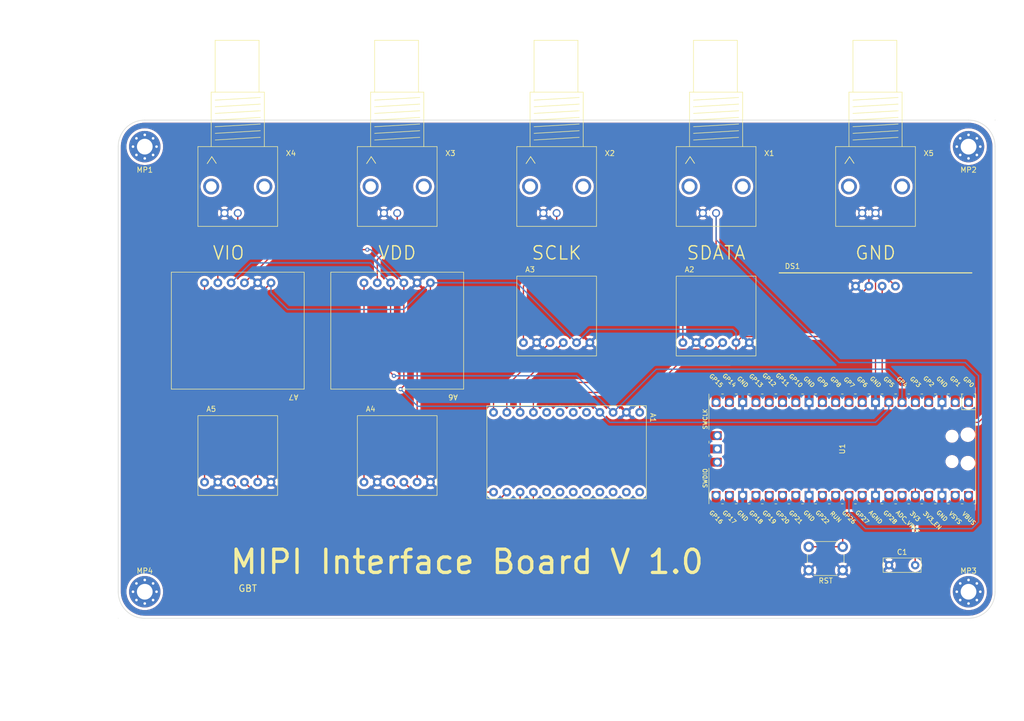
<source format=kicad_pcb>
(kicad_pcb (version 20211014) (generator pcbnew)
  (title_block (title "MIPI Interface Board ") (date "2022-06-23") (rev "1.0") (company "GlobalFoundries") (comment 1 "Author(s): Gavin Turner") (comment 3 "PCB made to interface with devices through MIPI protocol for debugging purposes"))
  (layers (0 "F.Cu" signal) (31 "B.Cu" signal) (34 "B.Paste" user) (35 "F.Paste" user) (36 "B.SilkS" user "B.Silkscreen") (37 "F.SilkS" user "F.Silkscreen") (38 "B.Mask" user) (39 "F.Mask" user) (44 "Edge.Cuts" user))
  (net 0 "")
  (net 1 "+3.3V")
  (net 2 "GND")
  (net 3 "/SDATA_MAIN")
  (net 4 "/SCLK_MAIN")
  (net 9 "Net-(A1-Pad9)")
  (net 10 "Net-(A1-Pad10)")
  (net 11 "Net-(A1-Pad11)")
  (net 12 "Net-(A1-Pad12)")
  (net 13 "Net-(A1-Pad13)")
  (net 14 "Net-(A1-Pad14)")
  (net 15 "Net-(A1-Pad15)")
  (net 16 "Net-(A1-Pad16)")
  (net 25 "/SDA_OUT")
  (net 26 "/SCL_OUT")
  (net 27 "Net-(A4-Pad1)")
  (net 28 "Net-(A5-Pad1)")
  (net 29 "/VCC_OUT")
  (net 30 "/VIO_OUT")
  (net 31 "/~RESET")
  (footprint "MIPI_project_v1:MCP4725-BOB" (layer "F.Cu") (at 89.535006 114.300008)
    (fp_text reference "A5" (at -5.08 -13.97 unlocked) (layer "F.SilkS"))
    (fp_text value "MCP4725")
    (pad "1" thru_hole circle (at -6.35 0) (size 1.6764 1.6764) (drill 0.8382) (layers *.Cu *.Mask) (net 28 "Net-(A5-Pad1)"))
    (pad "2" thru_hole circle (at -3.81 0) (size 1.6764 1.6764) (drill 0.8382) (layers *.Cu *.Mask) (net 2 "GND"))
    (pad "3" thru_hole circle (at -1.27 0) (size 1.6764 1.6764) (drill 0.8382) (layers *.Cu *.Mask) (net 16 "Net-(A1-Pad16)"))
    (pad "4" thru_hole circle (at 1.27 0) (size 1.6764 1.6764) (drill 0.8382) (layers *.Cu *.Mask) (net 15 "Net-(A1-Pad15)"))
    (pad "5" thru_hole circle (at 3.81 0) (size 1.6764 1.6764) (drill 0.8382) (layers *.Cu *.Mask) (net 1 "+3.3V"))
    (pad "6" thru_hole circle (at 6.35 0) (size 1.6764 1.6764) (drill 0.8382) (layers *.Cu *.Mask) (net 2 "GND"))
  )
  (footprint "MIPI_project_v1:MCP4725-BOB" (layer "F.Cu") (at 180.975 87.63)
    (fp_text reference "A2" (at -5.08 -13.97 unlocked) (layer "F.SilkS"))
    (fp_text value "MCP4725")
    (pad "1" thru_hole circle (at -6.35 0) (size 1.6764 1.6764) (drill 0.8382) (layers *.Cu *.Mask) (net 25 "/SDA_OUT"))
    (pad "2" thru_hole circle (at -3.81 0) (size 1.6764 1.6764) (drill 0.8382) (layers *.Cu *.Mask) (net 2 "GND"))
    (pad "3" thru_hole circle (at -1.27 0) (size 1.6764 1.6764) (drill 0.8382) (layers *.Cu *.Mask) (net 10 "Net-(A1-Pad10)"))
    (pad "4" thru_hole circle (at 1.27 0) (size 1.6764 1.6764) (drill 0.8382) (layers *.Cu *.Mask) (net 9 "Net-(A1-Pad9)"))
    (pad "5" thru_hole circle (at 3.81 0) (size 1.6764 1.6764) (drill 0.8382) (layers *.Cu *.Mask) (net 1 "+3.3V"))
    (pad "6" thru_hole circle (at 6.35 0) (size 1.6764 1.6764) (drill 0.8382) (layers *.Cu *.Mask) (net 2 "GND"))
  )
  (footprint "MIPI_project_v1:BNC-CONBNC002-THT-90" (layer "F.Cu") (at 120.015 57.785)
    (fp_text reference "X3" (at 10.16 -6.35 unlocked) (layer "F.SilkS"))
    (fp_text value "CONBNC002")
    (fp_text user "/\\" (at -5.08 -5.08 unlocked) (layer "F.SilkS"))
    (pad "1" thru_hole circle (at 0 5.08) (size 1.524 1.524) (drill 1.016) (layers *.Cu *.Mask) (net 29 "/VCC_OUT"))
    (pad "2" thru_hole circle (at -2.54 5.08) (size 1.524 1.524) (drill 1.016) (layers *.Cu *.Mask) (net 2 "GND"))
    (pad "3" thru_hole circle (at -5.08 0) (size 3.048 3.048) (drill 2.032) (layers *.Cu *.Mask))
    (pad "4" thru_hole circle (at 5.08 0) (size 3.048 3.048) (drill 2.032) (layers *.Cu *.Mask))
  )
  (footprint "MIPI_project_v1:MCP4725-BOB" (layer "F.Cu") (at 120.015006 114.300008)
    (fp_text reference "A4" (at -5.08 -13.97 unlocked) (layer "F.SilkS"))
    (fp_text value "MCP4725")
    (pad "1" thru_hole circle (at -6.35 0) (size 1.6764 1.6764) (drill 0.8382) (layers *.Cu *.Mask) (net 27 "Net-(A4-Pad1)"))
    (pad "2" thru_hole circle (at -3.81 0) (size 1.6764 1.6764) (drill 0.8382) (layers *.Cu *.Mask) (net 2 "GND"))
    (pad "3" thru_hole circle (at -1.27 0) (size 1.6764 1.6764) (drill 0.8382) (layers *.Cu *.Mask) (net 14 "Net-(A1-Pad14)"))
    (pad "4" thru_hole circle (at 1.27 0) (size 1.6764 1.6764) (drill 0.8382) (layers *.Cu *.Mask) (net 13 "Net-(A1-Pad13)"))
    (pad "5" thru_hole circle (at 3.81 0) (size 1.6764 1.6764) (drill 0.8382) (layers *.Cu *.Mask) (net 1 "+3.3V"))
    (pad "6" thru_hole circle (at 6.35 0) (size 1.6764 1.6764) (drill 0.8382) (layers *.Cu *.Mask) (net 2 "GND"))
  )
  (footprint "MountingHole:MountingHole_3mm_Pad_Via" (layer "F.Cu") (at 71.755 50.165)
    (fp_text reference "MP1" (at 0 4.445) (layer "F.SilkS"))
    (fp_text value "MountingHole_3mm_Pad_Via")
    (pad "1" thru_hole circle (at -1.59099 -1.59099) (size 0.8 0.8) (drill 0.5) (layers *.Cu *.Mask))
    (pad "1" thru_hole circle (at 1.59099 1.59099) (size 0.8 0.8) (drill 0.5) (layers *.Cu *.Mask))
    (pad "1" thru_hole circle (at -2.25 0) (size 0.8 0.8) (drill 0.5) (layers *.Cu *.Mask))
    (pad "1" thru_hole circle (at 0 -2.25) (size 0.8 0.8) (drill 0.5) (layers *.Cu *.Mask))
    (pad "1" thru_hole circle (at 1.59099 -1.59099) (size 0.8 0.8) (drill 0.5) (layers *.Cu *.Mask))
    (pad "1" thru_hole circle (at -1.59099 1.59099) (size 0.8 0.8) (drill 0.5) (layers *.Cu *.Mask))
    (pad "1" thru_hole circle (at 0 2.25) (size 0.8 0.8) (drill 0.5) (layers *.Cu *.Mask))
    (pad "1" thru_hole circle (at 2.25 0) (size 0.8 0.8) (drill 0.5) (layers *.Cu *.Mask))
    (pad "1" thru_hole circle (at 0 0) (size 6 6) (drill 3) (layers *.Cu *.Mask))
  )
  (footprint "MIPI_project_v1:MCP4725-BOB" (layer "F.Cu") (at 150.495 87.63)
    (fp_text reference "A3" (at -5.08 -13.97 unlocked) (layer "F.SilkS"))
    (fp_text value "MCP4725")
    (pad "1" thru_hole circle (at -6.35 0) (size 1.6764 1.6764) (drill 0.8382) (layers *.Cu *.Mask) (net 26 "/SCL_OUT"))
    (pad "2" thru_hole circle (at -3.81 0) (size 1.6764 1.6764) (drill 0.8382) (layers *.Cu *.Mask) (net 2 "GND"))
    (pad "3" thru_hole circle (at -1.27 0) (size 1.6764 1.6764) (drill 0.8382) (layers *.Cu *.Mask) (net 12 "Net-(A1-Pad12)"))
    (pad "4" thru_hole circle (at 1.27 0) (size 1.6764 1.6764) (drill 0.8382) (layers *.Cu *.Mask) (net 11 "Net-(A1-Pad11)"))
    (pad "5" thru_hole circle (at 3.81 0) (size 1.6764 1.6764) (drill 0.8382) (layers *.Cu *.Mask) (net 1 "+3.3V"))
    (pad "6" thru_hole circle (at 6.35 0) (size 1.6764 1.6764) (drill 0.8382) (layers *.Cu *.Mask) (net 2 "GND"))
  )
  (footprint "MountingHole:MountingHole_3mm_Pad_Via" (layer "F.Cu") (at 71.755 135.255)
    (fp_text reference "MP4" (at 0 -3.999992) (layer "F.SilkS"))
    (fp_text value "MountingHole_3mm_Pad_Via")
    (pad "1" thru_hole circle (at 0 2.25) (size 0.8 0.8) (drill 0.5) (layers *.Cu *.Mask))
    (pad "1" thru_hole circle (at 2.25 0) (size 0.8 0.8) (drill 0.5) (layers *.Cu *.Mask))
    (pad "1" thru_hole circle (at -1.59099 1.59099) (size 0.8 0.8) (drill 0.5) (layers *.Cu *.Mask))
    (pad "1" thru_hole circle (at -1.59099 -1.59099) (size 0.8 0.8) (drill 0.5) (layers *.Cu *.Mask))
    (pad "1" thru_hole circle (at -2.25 0) (size 0.8 0.8) (drill 0.5) (layers *.Cu *.Mask))
    (pad "1" thru_hole circle (at 1.59099 -1.59099) (size 0.8 0.8) (drill 0.5) (layers *.Cu *.Mask))
    (pad "1" thru_hole circle (at 0 -2.25) (size 0.8 0.8) (drill 0.5) (layers *.Cu *.Mask))
    (pad "1" thru_hole circle (at 0 0) (size 6 6) (drill 3) (layers *.Cu *.Mask))
    (pad "1" thru_hole circle (at 1.59099 1.59099) (size 0.8 0.8) (drill 0.5) (layers *.Cu *.Mask))
  )
  (footprint "MIPI_project_v1:BNC-CONBNC002-THT-90" (layer "F.Cu") (at 180.974994 57.784992)
    (fp_text reference "X1" (at 10.16 -6.35 unlocked) (layer "F.SilkS"))
    (fp_text value "CONBNC002")
    (fp_text user "/\\" (at -5.08 -5.08 unlocked) (layer "F.SilkS"))
    (pad "1" thru_hole circle (at 0 5.08) (size 1.524 1.524) (drill 1.016) (layers *.Cu *.Mask) (net 25 "/SDA_OUT"))
    (pad "2" thru_hole circle (at -2.54 5.08) (size 1.524 1.524) (drill 1.016) (layers *.Cu *.Mask) (net 2 "GND"))
    (pad "3" thru_hole circle (at -5.08 0) (size 3.048 3.048) (drill 2.032) (layers *.Cu *.Mask))
    (pad "4" thru_hole circle (at 5.08 0) (size 3.048 3.048) (drill 2.032) (layers *.Cu *.Mask))
  )
  (footprint "Capacitor_THT:C_Rect_L7.0mm_W2.5mm_P5.00mm" (layer "F.Cu") (at 214.035 130.175)
    (fp_text reference "C1" (at 2.5 -2.5) (layer "F.SilkS"))
    (fp_text value "0.22 uF")
    (pad "1" thru_hole circle (at 0 0) (size 1.6 1.6) (drill 0.8) (layers *.Cu *.Mask) (net 2 "GND"))
    (pad "2" thru_hole circle (at 5 0) (size 1.6 1.6) (drill 0.8) (layers *.Cu *.Mask) (net 1 "+3.3V"))
  )
  (footprint "MIPI_project_v1:BNC-CONBNC002-THT-90" (layer "F.Cu") (at 89.535 57.785)
    (fp_text reference "X4" (at 10.16 -6.35 unlocked) (layer "F.SilkS"))
    (fp_text value "CONBNC002")
    (fp_text user "/\\" (at -5.08 -5.08 unlocked) (layer "F.SilkS"))
    (pad "1" thru_hole circle (at 0 5.08) (size 1.524 1.524) (drill 1.016) (layers *.Cu *.Mask) (net 30 "/VIO_OUT"))
    (pad "2" thru_hole circle (at -2.54 5.08) (size 1.524 1.524) (drill 1.016) (layers *.Cu *.Mask) (net 2 "GND"))
    (pad "3" thru_hole circle (at -5.08 0) (size 3.048 3.048) (drill 2.032) (layers *.Cu *.Mask))
    (pad "4" thru_hole circle (at 5.08 0) (size 3.048 3.048) (drill 2.032) (layers *.Cu *.Mask))
  )
  (footprint "MIPI_project_v1:BNC-CONBNC002-THT-90" (layer "F.Cu") (at 211.454994 57.784992)
    (fp_text reference "X5" (at 10.16 -6.35 unlocked) (layer "F.SilkS"))
    (fp_text value "CONBNC002")
    (fp_text user "/\\" (at -5.08 -5.08 unlocked) (layer "F.SilkS"))
    (pad "1" thru_hole circle (at 0 5.08) (size 1.524 1.524) (drill 1.016) (layers *.Cu *.Mask) (net 2 "GND"))
    (pad "2" thru_hole circle (at -2.54 5.08) (size 1.524 1.524) (drill 1.016) (layers *.Cu *.Mask) (net 2 "GND"))
    (pad "3" thru_hole circle (at -5.08 0) (size 3.048 3.048) (drill 2.032) (layers *.Cu *.Mask))
    (pad "4" thru_hole circle (at 5.08 0) (size 3.048 3.048) (drill 2.032) (layers *.Cu *.Mask))
  )
  (footprint "MIPI_project_v1:INA219-BOB" (layer "F.Cu") (at 89.535006 85.090008 180)
    (fp_text reference "A7" (at -10.668 -12.954 180 unlocked) (layer "F.SilkS"))
    (fp_text value "INA219")
    (pad "1" thru_hole circle (at -6.35 8.89 180) (size 1.6764 1.6764) (drill 0.8382) (layers *.Cu *.Mask) (net 1 "+3.3V"))
    (pad "2" thru_hole circle (at -3.81 8.89 180) (size 1.6764 1.6764) (drill 0.8382) (layers *.Cu *.Mask) (net 2 "GND"))
    (pad "3" thru_hole circle (at 1.27 8.89 180) (size 1.6764 1.6764) (drill 0.8382) (layers *.Cu *.Mask) (net 3 "/SDATA_MAIN"))
    (pad "4" thru_hole circle (at -1.27 8.89 180) (size 1.6764 1.6764) (drill 0.8382) (layers *.Cu *.Mask) (net 4 "/SCLK_MAIN"))
    (pad "5" thru_hole circle (at 3.81 8.89 180) (size 1.6764 1.6764) (drill 0.8382) (layers *.Cu *.Mask) (net 30 "/VIO_OUT"))
    (pad "6" thru_hole circle (at 6.35 8.89 180) (size 1.6764 1.6764) (drill 0.8382) (layers *.Cu *.Mask) (net 28 "Net-(A5-Pad1)"))
  )
  (footprint "MountingHole:MountingHole_3mm_Pad_Via" (layer "F.Cu") (at 229.235 135.255)
    (fp_text reference "MP3" (at 0 -3.999992) (layer "F.SilkS"))
    (fp_text value "MountingHole_3mm_Pad_Via")
    (pad "1" thru_hole circle (at 0 -2.25) (size 0.8 0.8) (drill 0.5) (layers *.Cu *.Mask))
    (pad "1" thru_hole circle (at -1.59099 1.59099) (size 0.8 0.8) (drill 0.5) (layers *.Cu *.Mask))
    (pad "1" thru_hole circle (at 2.25 0) (size 0.8 0.8) (drill 0.5) (layers *.Cu *.Mask))
    (pad "1" thru_hole circle (at 1.59099 1.59099) (size 0.8 0.8) (drill 0.5) (layers *.Cu *.Mask))
    (pad "1" thru_hole circle (at 0 0) (size 6 6) (drill 3) (layers *.Cu *.Mask))
    (pad "1" thru_hole circle (at -2.25 0) (size 0.8 0.8) (drill 0.5) (layers *.Cu *.Mask))
    (pad "1" thru_hole circle (at -1.59099 -1.59099) (size 0.8 0.8) (drill 0.5) (layers *.Cu *.Mask))
    (pad "1" thru_hole circle (at 1.59099 -1.59099) (size 0.8 0.8) (drill 0.5) (layers *.Cu *.Mask))
    (pad "1" thru_hole circle (at 0 2.25) (size 0.8 0.8) (drill 0.5) (layers *.Cu *.Mask))
  )
  (footprint "MIPI_project_v1:OLED-BOB" (layer "F.Cu") (at 211.455 95.885)
    (fp_text reference "DS1" (at -15.875 -22.86 unlocked) (layer "F.SilkS"))
    (fp_text value "OLED")
    (pad "1" thru_hole circle (at -3.81 -19.05 180) (size 1.6764 1.6764) (drill 0.8382) (layers *.Cu *.Mask) (net 2 "GND"))
    (pad "2" thru_hole circle (at -1.27 -19.05 180) (size 1.6764 1.6764) (drill 0.8382) (layers *.Cu *.Mask) (net 1 "+3.3V"))
    (pad "3" thru_hole circle (at 1.27 -19.05 180) (size 1.6764 1.6764) (drill 0.8382) (layers *.Cu *.Mask) (net 3 "/SDATA_MAIN"))
    (pad "4" thru_hole circle (at 3.81 -19.05 180) (size 1.6764 1.6764) (drill 0.8382) (layers *.Cu *.Mask) (net 4 "/SCLK_MAIN"))
  )
  (footprint "MCU_RaspberryPi_and_Boards:RPi_Pico_SMD_TH" (layer "F.Cu") (at 205.105 107.95 -90)
    (fp_text reference "U1" (at 0 0 90) (layer "F.SilkS"))
    (fp_text value "Pico")
    (fp_text user "GP8" (at -12.8 1.27 135) (layer "F.SilkS") (effects (font (size 0.8 0.8))))
    (fp_text user "GP27" (at 13.054 -3.8 135) (layer "F.SilkS") (effects (font (size 0.8 0.8))))
    (fp_text user "VBUS" (at 13.3 -24.2 135) (layer "F.SilkS") (effects (font (size 0.8 0.8))))
    (fp_text user "GP21" (at 13.054 8.9 135) (layer "F.SilkS") (effects (font (size 0.8 0.8))))
    (fp_text user "GP5" (at -12.8 -8.89 135) (layer "F.SilkS") (effects (font (size 0.8 0.8))))
    (fp_text user "ADC_VREF" (at 14 -12.5 135) (layer "F.SilkS") (effects (font (size 0.8 0.8))))
    (fp_text user "GND" (at -12.8 6.35 135) (layer "F.SilkS") (effects (font (size 0.8 0.8))))
    (fp_text user "GP18" (at 13.054 16.51 135) (layer "F.SilkS") (effects (font (size 0.8 0.8))))
    (fp_text user "GP28" (at 13.054 -9.144 135) (layer "F.SilkS") (effects (font (size 0.8 0.8))))
    (fp_text user "GP15" (at -13.054 24.13 135) (layer "F.SilkS") (effects (font (size 0.8 0.8))))
    (fp_text user "GP16" (at 13.054 24.13 135) (layer "F.SilkS") (effects (font (size 0.8 0.8))))
    (fp_text user "GP11" (at -13.2 11.43 135) (layer "F.SilkS") (effects (font (size 0.8 0.8))))
    (fp_text user "GP19" (at 13.054 13.97 135) (layer "F.SilkS") (effects (font (size 0.8 0.8))))
    (fp_text user "GP17" (at 13.054 21.59 135) (layer "F.SilkS") (effects (font (size 0.8 0.8))))
    (fp_text user "3V3" (at 12.9 -13.9 135) (layer "F.SilkS") (effects (font (size 0.8 0.8))))
    (fp_text user "VSYS" (at 13.2 -21.59 135) (layer "F.SilkS") (effects (font (size 0.8 0.8))))
    (fp_text user "GP3" (at -12.8 -13.97 135) (layer "F.SilkS") (effects (font (size 0.8 0.8))))
    (fp_text user "AGND" (at 13.054 -6.35 135) (layer "F.SilkS") (effects (font (size 0.8 0.8))))
    (fp_text user "SWDIO" (at 5.6 26.2 90) (layer "F.SilkS") (effects (font (size 0.8 0.8))))
    (fp_text user "GND" (at -12.8 -6.35 135) (layer "F.SilkS") (effects (font (size 0.8 0.8))))
    (fp_text user "GND" (at -12.8 -19.05 135) (layer "F.SilkS") (effects (font (size 0.8 0.8))))
    (fp_text user "GP9" (at -12.8 3.81 135) (layer "F.SilkS") (effects (font (size 0.8 0.8))))
    (fp_text user "GP20" (at 13.054 11.43 135) (layer "F.SilkS") (effects (font (size 0.8 0.8))))
    (fp_text user "GP6" (at -12.8 -3.81 135) (layer "F.SilkS") (effects (font (size 0.8 0.8))))
    (fp_text user "SWCLK" (at -5.7 26.2 90) (layer "F.SilkS") (effects (font (size 0.8 0.8))))
    (fp_text user "GND" (at 12.8 19.05 135) (layer "F.SilkS") (effects (font (size 0.8 0.8))))
    (fp_text user "GND" (at 12.8 -19.05 135) (layer "F.SilkS") (effects (font (size 0.8 0.8))))
    (fp_text user "GP26" (at 13.054 -1.27 135) (layer "F.SilkS") (effects (font (size 0.8 0.8))))
    (fp_text user "GP0" (at -12.8 -24.13 135) (layer "F.SilkS") (effects (font (size 0.8 0.8))))
    (fp_text user "GP13" (at -13.054 16.51 135) (layer "F.SilkS") (effects (font (size 0.8 0.8))))
    (fp_text user "GP2" (at -12.9 -16.51 135) (layer "F.SilkS") (effects (font (size 0.8 0.8))))
    (fp_text user "GP1" (at -12.9 -21.6 135) (layer "F.SilkS") (effects (font (size 0.8 0.8))))
    (fp_text user "GND" (at -12.8 19.05 135) (layer "F.SilkS") (effects (font (size 0.8 0.8))))
    (fp_text user "RUN" (at 13 1.27 135) (layer "F.SilkS") (effects (font (size 0.8 0.8))))
    (fp_text user "GP10" (at -13.054 8.89 135) (layer "F.SilkS") (effects (font (size 0.8 0.8))))
    (fp_text user "GP14" (at -13.1 21.59 135) (layer "F.SilkS") (effects (font (size 0.8 0.8))))
    (fp_text user "GND" (at 12.8 6.35 135) (layer "F.SilkS") (effects (font (size 0.8 0.8))))
    (fp_text user "GP22" (at 13.054 3.81 135) (layer "F.SilkS") (effects (font (size 0.8 0.8))))
    (fp_text user "GP7" (at -12.7 -1.3 135) (layer "F.SilkS") (effects (font (size 0.8 0.8))))
    (fp_text user "GP4" (at -12.8 -11.43 135) (layer "F.SilkS") (effects (font (size 0.8 0.8))))
    (fp_text user "3V3_EN" (at 13.7 -17.2 135) (layer "F.SilkS") (effects (font (size 0.8 0.8))))
    (fp_text user "GP12" (at -13.2 13.97 135) (layer "F.SilkS") (effects (font (size 0.8 0.8))))
    (pad "" np_thru_hole oval (at -2.425 -20.97 270) (size 1.5 1.5) (drill 1.5) (layers *.Cu *.Mask))
    (pad "" np_thru_hole oval (at -2.725 -24 270) (size 1.8 1.8) (drill 1.8) (layers *.Cu *.Mask))
    (pad "" np_thru_hole oval (at 2.425 -20.97 270) (size 1.5 1.5) (drill 1.5) (layers *.Cu *.Mask))
    (pad "" np_thru_hole oval (at 2.725 -24 270) (size 1.8 1.8) (drill 1.8) (layers *.Cu *.Mask))
    (pad "1" thru_hole oval (at -8.89 -24.13 270) (size 1.7 1.7) (drill 1.02) (layers *.Cu *.Mask))
    (pad "1" smd rect (at -8.89 -24.13 270) (size 3.5 1.7) (drill (offset -0.9 0)) (layers "F.Cu" "F.Mask"))
    (pad "2" smd rect (at -8.89 -21.59 270) (size 3.5 1.7) (drill (offset -0.9 0)) (layers "F.Cu" "F.Mask"))
    (pad "2" thru_hole oval (at -8.89 -21.59 270) (size 1.7 1.7) (drill 1.02) (layers *.Cu *.Mask))
    (pad "3" thru_hole rect (at -8.89 -19.05 270) (size 1.7 1.7) (drill 1.02) (layers *.Cu *.Mask) (net 2 "GND"))
    (pad "3" smd rect (at -8.89 -19.05 270) (size 3.5 1.7) (drill (offset -0.9 0)) (layers "F.Cu" "F.Mask") (net 2 "GND"))
    (pad "4" smd rect (at -8.89 -16.51 270) (size 3.5 1.7) (drill (offset -0.9 0)) (layers "F.Cu" "F.Mask"))
    (pad "4" thru_hole oval (at -8.89 -16.51 270) (size 1.7 1.7) (drill 1.02) (layers *.Cu *.Mask))
    (pad "5" thru_hole oval (at -8.89 -13.97 270) (size 1.7 1.7) (drill 1.02) (layers *.Cu *.Mask))
    (pad "5" smd rect (at -8.89 -13.97 270) (size 3.5 1.7) (drill (offset -0.9 0)) (layers "F.Cu" "F.Mask"))
    (pad "6" smd rect (at -8.89 -11.43 270) (size 3.5 1.7) (drill (offset -0.9 0)) (layers "F.Cu" "F.Mask") (net 3 "/SDATA_MAIN"))
    (pad "6" thru_hole oval (at -8.89 -11.43 270) (size 1.7 1.7) (drill 1.02) (layers *.Cu *.Mask) (net 3 "/SDATA_MAIN"))
    (pad "7" smd rect (at -8.89 -8.89 270) (size 3.5 1.7) (drill (offset -0.9 0)) (layers "F.Cu" "F.Mask") (net 4 "/SCLK_MAIN"))
    (pad "7" thru_hole oval (at -8.89 -8.89 270) (size 1.7 1.7) (drill 1.02) (layers *.Cu *.Mask) (net 4 "/SCLK_MAIN"))
    (pad "8" smd rect (at -8.89 -6.35 270) (size 3.5 1.7) (drill (offset -0.9 0)) (layers "F.Cu" "F.Mask") (net 2 "GND"))
    (pad "8" thru_hole rect (at -8.89 -6.35 270) (size 1.7 1.7) (drill 1.02) (layers *.Cu *.Mask) (net 2 "GND"))
    (pad "9" smd rect (at -8.89 -3.81 270) (size 3.5 1.7) (drill (offset -0.9 0)) (layers "F.Cu" "F.Mask"))
    (pad "9" thru_hole oval (at -8.89 -3.81 270) (size 1.7 1.7) (drill 1.02) (layers *.Cu *.Mask))
    (pad "10" thru_hole oval (at -8.89 -1.27 270) (size 1.7 1.7) (drill 1.02) (layers *.Cu *.Mask))
    (pad "10" smd rect (at -8.89 -1.27 270) (size 3.5 1.7) (drill (offset -0.9 0)) (layers "F.Cu" "F.Mask"))
    (pad "11" smd rect (at -8.89 1.27 270) (size 3.5 1.7) (drill (offset -0.9 0)) (layers "F.Cu" "F.Mask"))
    (pad "11" thru_hole oval (at -8.89 1.27 270) (size 1.7 1.7) (drill 1.02) (layers *.Cu *.Mask))
    (pad "12" smd rect (at -8.89 3.81 270) (size 3.5 1.7) (drill (offset -0.9 0)) (layers "F.Cu" "F.Mask"))
    (pad "12" thru_hole oval (at -8.89 3.81 270) (size 1.7 1.7) (drill 1.02) (layers *.Cu *.Mask))
    (pad "13" thru_hole rect (at -8.89 6.35 270) (size 1.7 1.7) (drill 1.02) (layers *.Cu *.Mask) (net 2 "GND"))
    (pad "13" smd rect (at -8.89 6.35 270) (size 3.5 1.7) (drill (offset -0.9 0)) (layers "F.Cu" "F.Mask") (net 2 "GND"))
    (pad "14" thru_hole oval (at -8.89 8.89 270) (size 1.7 1.7) (drill 1.02) (layers *.Cu *.Mask))
    (pad "14" smd rect (at -8.89 8.89 270) (size 3.5 1.7) (drill (offset -0.9 0)) (layers "F.Cu" "F.Mask"))
    (pad "15" thru_hole oval (at -8.89 11.43 270) (size 1.7 1.7) (drill 1.02) (layers *.Cu *.Mask))
    (pad "15" smd rect (at -8.89 11.43 270) (size 3.5 1.7) (drill (offset -0.9 0)) (layers "F.Cu" "F.Mask"))
    (pad "16" smd rect (at -8.89 13.97 270) (size 3.5 1.7) (drill (offset -0.9 0)) (layers "F.Cu" "F.Mask"))
    (pad "16" thru_hole oval (at -8.89 13.97 270) (size 1.7 1.7) (drill 1.02) (layers *.Cu *.Mask))
    (pad "17" thru_hole oval (at -8.89 16.51 270) (size 1.7 1.7) (drill 1.02) (layers *.Cu *.Mask))
    (pad "17" smd rect (at -8.89 16.51 270) (size 3.5 1.7) (drill (offset -0.9 0)) (layers "F.Cu" "F.Mask"))
    (pad "18" thru_hole rect (at -8.89 19.05 270) (size 1.7 1.7) (drill 1.02) (layers *.Cu *.Mask) (net 2 "GND"))
    (pad "18" smd rect (at -8.89 19.05 270) (size 3.5 1.7) (drill (offset -0.9 0)) (layers "F.Cu" "F.Mask") (net 2 "GND"))
    (pad "19" thru_hole oval (at -8.89 21.59 270) (size 1.7 1.7) (drill 1.02) (layers *.Cu *.Mask))
    (pad "19" smd rect (at -8.89 21.59 270) (size 3.5 1.7) (drill (offset -0.9 0)) (layers "F.Cu" "F.Mask"))
    (pad "20" thru_hole oval (at -8.89 24.13 270) (size 1.7 1.7) (drill 1.02) (layers *.Cu *.Mask))
    (pad "20" smd rect (at -8.89 24.13 270) (size 3.5 1.7) (drill (offset -0.9 0)) (layers "F.Cu" "F.Mask"))
    (pad "21" thru_hole oval (at 8.89 24.13 270) (size 1.7 1.7) (drill 1.02) (layers *.Cu *.Mask))
    (pad "21" smd rect (at 8.89 24.13 270) (size 3.5 1.7) (drill (offset 0.9 0)) (layers "F.Cu" "F.Mask"))
    (pad "22" thru_hole oval (at 8.89 21.59 270) (size 1.7 1.7) (drill 1.02) (layers *.Cu *.Mask))
    (pad "22" smd rect (at 8.89 21.59 270) (size 3.5 1.7) (drill (offset 0.9 0)) (layers "F.Cu" "F.Mask"))
    (pad "23" smd rect (at 8.89 19.05 270) (size 3.5 1.7) (drill (offset 0.9 0)) (layers "F.Cu" "F.Mask") (net 2 "GND"))
    (pad "23" thru_hole rect (at 8.89 19.05 270) (size 1.7 1.7) (drill 1.02) (layers *.Cu *.Mask) (net 2 "GND"))
    (pad "24" thru_hole oval (at 8.89 16.51 270) (size 1.7 1.7) (drill 1.02) (layers *.Cu *.Mask))
    (pad "24" smd rect (at 8.89 16.51 270) (size 3.5 1.7) (drill (offset 0.9 0)) (layers "F.Cu" "F.Mask"))
    (pad "25" smd rect (at 8.89 13.97 270) (size 3.5 1.7) (drill (offset 0.9 0)) (layers "F.Cu" "F.Mask"))
    (pad "25" thru_hole oval (at 8.89 13.97 270) (size 1.7 1.7) (drill 1.02) (layers *.Cu *.Mask))
    (pad "26" smd rect (at 8.89 11.43 270) (size 3.5 1.7) (drill (offset 0.9 0)) (layers "F.Cu" "F.Mask"))
    (pad "26" thru_hole oval (at 8.89 11.43 270) (size 1.7 1.7) (drill 1.02) (layers *.Cu *.Mask))
    (pad "27" smd rect (at 8.89 8.89 270) (size 3.5 1.7) (drill (offset 0.9 0)) (layers "F.Cu" "F.Mask"))
    (pad "27" thru_hole oval (at 8.89 8.89 270) (size 1.7 1.7) (drill 1.02) (layers *.Cu *.Mask))
    (pad "28" thru_hole rect (at 8.89 6.35 270) (size 1.7 1.7) (drill 1.02) (layers *.Cu *.Mask) (net 2 "GND"))
    (pad "28" smd rect (at 8.89 6.35 270) (size 3.5 1.7) (drill (offset 0.9 0)) (layers "F.Cu" "F.Mask") (net 2 "GND"))
    (pad "29" smd rect (at 8.89 3.81 270) (size 3.5 1.7) (drill (offset 0.9 0)) (layers "F.Cu" "F.Mask"))
    (pad "29" thru_hole oval (at 8.89 3.81 270) (size 1.7 1.7) (drill 1.02) (layers *.Cu *.Mask))
    (pad "30" smd rect (at 8.89 1.27 270) (size 3.5 1.7) (drill (offset 0.9 0)) (layers "F.Cu" "F.Mask") (net 31 "/~RESET"))
    (pad "30" thru_hole oval (at 8.89 1.27 270) (size 1.7 1.7) (drill 1.02) (layers *.Cu *.Mask) (net 31 "/~RESET"))
    (pad "31" smd rect (at 8.89 -1.27 270) (size 3.5 1.7) (drill (offset 0.9 0)) (layers "F.Cu" "F.Mask") (net 25 "/SDA_OUT"))
    (pad "31" thru_hole oval (at 8.89 -1.27 270) (size 1.7 1.7) (drill 1.02) (layers *.Cu *.Mask) (net 25 "/SDA_OUT"))
    (pad "32" smd rect (at 8.89 -3.81 270) (size 3.5 1.7) (drill (offset 0.9 0)) (layers "F.Cu" "F.Mask"))
    (pad "32" thru_hole oval (at 8.89 -3.81 270) (size 1.7 1.7) (drill 1.02) (layers *.Cu *.Mask))
    (pad "33" thru_hole rect (at 8.89 -6.35 270) (size 1.7 1.7) (drill 1.02) (layers *.Cu *.Mask) (net 2 "GND"))
    (pad "33" smd rect (at 8.89 -6.35 270) (size 3.5 1.7) (drill (offset 0.9 0)) (layers "F.Cu" "F.Mask") (net 2 "GND"))
    (pad "34" thru_hole oval (at 8.89 -8.89 270) (size 1.7 1.7) (drill 1.02) (layers *.Cu *.Mask))
    (pad "34" smd rect (at 8.89 -8.89 270) (size 3.5 1.7) (drill (offset 0.9 0)) (layers "F.Cu" "F.Mask"))
    (pad "35" smd rect (at 8.89 -11.43 270) (size 3.5 1.7) (drill (offset 0.9 0)) (layers "F.Cu" "F.Mask"))
    (pad "35" thru_hole oval (at 8.89 -11.43 270) (size 1.7 1.7) (drill 1.02) (layers *.Cu *.Mask))
    (pad "36" smd rect (at 8.89 -13.97 270) (size 3.5 1.7) (drill (offset 0.9 0)) (layers "F.Cu" "F.Mask") (net 1 "+3.3V"))
    (pad "36" thru_hole oval (at 8.89 -13.97 270) (size 1.7 1.7) (drill 1.02) (layers *.Cu *.Mask) (net 1 "+3.3V"))
    (pad "37" smd rect (at 8.89 -16.51 270) (size 3.5 1.7) (drill (offset 0.9 0)) (layers "F.Cu" "F.Mask"))
    (pad "37" thru_hole oval (at 8.89 -16.51 270) (size 1.7 1.7) (drill 1.02) (layers *.Cu *.Mask))
    (pad "38" smd rect (at 8.89 -19.05 270) (size 3.5 1.7) (drill (offset 0.9 0)) (layers "F.Cu" "F.Mask") (net 2 "GND"))
    (pad "38" thru_hole rect (at 8.89 -19.05 270) (size 1.7 1.7) (drill 1.02) (layers *.Cu *.Mask) (net 2 "GND"))
    (pad "39" smd rect (at 8.89 -21.59 270) (size 3.5 1.7) (drill (offset 0.9 0)) (layers "F.Cu" "F.Mask"))
    (pad "39" thru_hole oval (at 8.89 -21.59 270) (size 1.7 1.7) (drill 1.02) (layers *.Cu *.Mask))
    (pad "40" thru_hole oval (at 8.89 -24.13 270) (size 1.7 1.7) (drill 1.02) (layers *.Cu *.Mask))
    (pad "40" smd rect (at 8.89 -24.13 270) (size 3.5 1.7) (drill (offset 0.9 0)) (layers "F.Cu" "F.Mask"))
    (pad "41" thru_hole oval (at -2.54 23.9 270) (size 1.7 1.7) (drill 1.02) (layers *.Cu *.Mask))
    (pad "41" smd rect (at -2.54 23.9) (size 3.5 1.7) (drill (offset -0.9 0)) (layers "F.Cu" "F.Mask"))
    (pad "42" thru_hole rect (at 0 23.9 270) (size 1.7 1.7) (drill 1.02) (layers *.Cu *.Mask))
    (pad "42" smd rect (at 0 23.9) (size 3.5 1.7) (drill (offset -0.9 0)) (layers "F.Cu" "F.Mask"))
    (pad "43" thru_hole oval (at 2.54 23.9 270) (size 1.7 1.7) (drill 1.02) (layers *.Cu *.Mask))
    (pad "43" smd rect (at 2.54 23.9) (size 3.5 1.7) (drill (offset -0.9 0)) (layers "F.Cu" "F.Mask"))
  )
  (footprint "MIPI_project_v1:BNC-CONBNC002-THT-90" (layer "F.Cu") (at 150.495 57.785)
    (fp_text reference "X2" (at 10.16 -6.35 unlocked) (layer "F.SilkS"))
    (fp_text value "CONBNC002")
    (fp_text user "/\\" (at -5.08 -5.08 unlocked) (layer "F.SilkS"))
    (pad "1" thru_hole circle (at 0 5.08) (size 1.524 1.524) (drill 1.016) (layers *.Cu *.Mask) (net 26 "/SCL_OUT"))
    (pad "2" thru_hole circle (at -2.54 5.08) (size 1.524 1.524) (drill 1.016) (layers *.Cu *.Mask) (net 2 "GND"))
    (pad "3" thru_hole circle (at -5.08 0) (size 3.048 3.048) (drill 2.032) (layers *.Cu *.Mask))
    (pad "4" thru_hole circle (at 5.08 0) (size 3.048 3.048) (drill 2.032) (layers *.Cu *.Mask))
  )
  (footprint "MountingHole:MountingHole_3mm_Pad_Via" (layer "F.Cu") (at 229.235 50.165)
    (fp_text reference "MP2" (at 0 4.445) (layer "F.SilkS"))
    (fp_text value "MountingHole_3mm_Pad_Via")
    (pad "1" thru_hole circle (at 0 2.25) (size 0.8 0.8) (drill 0.5) (layers *.Cu *.Mask))
    (pad "1" thru_hole circle (at 2.25 0) (size 0.8 0.8) (drill 0.5) (layers *.Cu *.Mask))
    (pad "1" thru_hole circle (at -1.59099 1.59099) (size 0.8 0.8) (drill 0.5) (layers *.Cu *.Mask))
    (pad "1" thru_hole circle (at 0 0) (size 6 6) (drill 3) (layers *.Cu *.Mask))
    (pad "1" thru_hole circle (at 1.59099 1.59099) (size 0.8 0.8) (drill 0.5) (layers *.Cu *.Mask))
    (pad "1" thru_hole circle (at 1.59099 -1.59099) (size 0.8 0.8) (drill 0.5) (layers *.Cu *.Mask))
    (pad "1" thru_hole circle (at -1.59099 -1.59099) (size 0.8 0.8) (drill 0.5) (layers *.Cu *.Mask))
    (pad "1" thru_hole circle (at 0 -2.25) (size 0.8 0.8) (drill 0.5) (layers *.Cu *.Mask))
    (pad "1" thru_hole circle (at -2.25 0) (size 0.8 0.8) (drill 0.5) (layers *.Cu *.Mask))
  )
  (footprint "MIPI_project_v1:INA219-BOB" (layer "F.Cu") (at 120.015006 85.090008 180)
    (fp_text reference "A6" (at -10.668 -12.954 180 unlocked) (layer "F.SilkS"))
    (fp_text value "INA219")
    (pad "1" thru_hole circle (at -6.35 8.89 180) (size 1.6764 1.6764) (drill 0.8382) (layers *.Cu *.Mask) (net 1 "+3.3V"))
    (pad "2" thru_hole circle (at -3.81 8.89 180) (size 1.6764 1.6764) (drill 0.8382) (layers *.Cu *.Mask) (net 2 "GND"))
    (pad "3" thru_hole circle (at 1.27 8.89 180) (size 1.6764 1.6764) (drill 0.8382) (layers *.Cu *.Mask) (net 3 "/SDATA_MAIN"))
    (pad "4" thru_hole circle (at -1.27 8.89 180) (size 1.6764 1.6764) (drill 0.8382) (layers *.Cu *.Mask) (net 4 "/SCLK_MAIN"))
    (pad "5" thru_hole circle (at 3.81 8.89 180) (size 1.6764 1.6764) (drill 0.8382) (layers *.Cu *.Mask) (net 29 "/VCC_OUT"))
    (pad "6" thru_hole circle (at 6.35 8.89 180) (size 1.6764 1.6764) (drill 0.8382) (layers *.Cu *.Mask) (net 27 "Net-(A4-Pad1)"))
  )
  (footprint "MIPI_project_v1:TCA9548-BOB" (layer "F.Cu") (at 152.4 108.585 -90)
    (fp_text reference "A1" (at -6.604 -16.51 -90 unlocked) (layer "F.SilkS"))
    (fp_text value "TCA9548")
    (pad "1" thru_hole circle (at -7.62 -13.97 270) (size 1.6764 1.6764) (drill 0.8382) (layers *.Cu *.Mask) (net 1 "+3.3V"))
    (pad "2" thru_hole circle (at -7.62 -11.43 270) (size 1.6764 1.6764) (drill 0.8382) (layers *.Cu *.Mask) (net 2 "GND"))
    (pad "3" thru_hole circle (at -7.62 -8.89 270) (size 1.6764 1.6764) (drill 0.8382) (layers *.Cu *.Mask) (net 3 "/SDATA_MAIN"))
    (pad "4" thru_hole circle (at -7.62 -6.35 270) (size 1.6764 1.6764) (drill 0.8382) (layers *.Cu *.Mask) (net 4 "/SCLK_MAIN"))
    (pad "5" thru_hole circle (at -7.62 -3.81 270) (size 1.6764 1.6764) (drill 0.8382) (layers *.Cu *.Mask))
    (pad "6" thru_hole circle (at -7.62 -1.27 270) (size 1.6764 1.6764) (drill 0.8382) (layers *.Cu *.Mask))
    (pad "7" thru_hole circle (at -7.62 1.27 270) (size 1.6764 1.6764) (drill 0.8382) (layers *.Cu *.Mask))
    (pad "8" thru_hole circle (at -7.62 3.81 270) (size 1.6764 1.6764) (drill 0.8382) (layers *.Cu *.Mask))
    (pad "9" thru_hole circle (at -7.62 6.35 270) (size 1.6764 1.6764) (drill 0.8382) (layers *.Cu *.Mask) (net 9 "Net-(A1-Pad9)"))
    (pad "10" thru_hole circle (at -7.62 8.89 270) (size 1.6764 1.6764) (drill 0.8382) (layers *.Cu *.Mask) (net 10 "Net-(A1-Pad10)"))
    (pad "11" thru_hole circle (at -7.62 11.43 270) (size 1.6764 1.6764) (drill 0.8382) (layers *.Cu *.Mask) (net 11 "Net-(A1-Pad11)"))
    (pad "12" thru_hole circle (at -7.62 13.97 270) (size 1.6764 1.6764) (drill 0.8382) (layers *.Cu *.Mask) (net 12 "Net-(A1-Pad12)"))
    (pad "13" thru_hole circle (at 7.62 13.97 270) (size 1.6764 1.6764) (drill 0.8382) (layers *.Cu *.Mask) (net 13 "Net-(A1-Pad13)"))
    (pad "14" thru_hole circle (at 7.62 11.43 270) (size 1.6764 1.6764) (drill 0.8382) (layers *.Cu *.Mask) (net 14 "Net-(A1-Pad14)"))
    (pad "15" thru_hole circle (at 7.62 8.89 270) (size 1.6764 1.6764) (drill 0.8382) (layers *.Cu *.Mask) (net 15 "Net-(A1-Pad15)"))
    (pad "16" thru_hole circle (at 7.62 6.35 270) (size 1.6764 1.6764) (drill 0.8382) (layers *.Cu *.Mask) (net 16 "Net-(A1-Pad16)"))
    (pad "17" thru_hole circle (at 7.62 3.81 270) (size 1.6764 1.6764) (drill 0.8382) (layers *.Cu *.Mask))
    (pad "18" thru_hole circle (at 7.62 1.27 270) (size 1.6764 1.6764) (drill 0.8382) (layers *.Cu *.Mask))
    (pad "19" thru_hole circle (at 7.62 -1.27 270) (size 1.6764 1.6764) (drill 0.8382) (layers *.Cu *.Mask))
    (pad "20" thru_hole circle (at 7.62 -3.81 270) (size 1.6764 1.6764) (drill 0.8382) (layers *.Cu *.Mask))
    (pad "21" thru_hole circle (at 7.62 -6.35 270) (size 1.6764 1.6764) (drill 0.8382) (layers *.Cu *.Mask))
    (pad "22" thru_hole circle (at 7.62 -8.89 270) (size 1.6764 1.6764) (drill 0.8382) (layers *.Cu *.Mask))
    (pad "23" thru_hole circle (at 7.62 -11.43 270) (size 1.6764 1.6764) (drill 0.8382) (layers *.Cu *.Mask))
    (pad "24" thru_hole circle (at 7.62 -13.97 270) (size 1.6764 1.6764) (drill 0.8382) (layers *.Cu *.Mask))
  )
  (footprint "Button_Switch_THT:SW_PUSH_6mm_H5mm" (layer "F.Cu") (at 205.18 131.155 180)
    (fp_text reference "RST" (at 3.25 -2.000004) (layer "F.SilkS"))
    (fp_text value "RST")
    (pad "1" thru_hole circle (at 6.5 0 270) (size 2 2) (drill 1.1) (layers *.Cu *.Mask) (net 2 "GND"))
    (pad "1" thru_hole circle (at 0 0 270) (size 2 2) (drill 1.1) (layers *.Cu *.Mask) (net 2 "GND"))
    (pad "2" thru_hole circle (at 6.5 4.5 270) (size 2 2) (drill 1.1) (layers *.Cu *.Mask) (net 31 "/~RESET"))
    (pad "2" thru_hole circle (at 0 4.5 270) (size 2 2) (drill 1.1) (layers *.Cu *.Mask) (net 31 "/~RESET"))
  )
  (gr_line (start 234.315 45.085) (end 234.315 45.085) (layer "Edge.Cuts") (width 0.1))
  (gr_line (start 234.315 45.085) (end 234.315 45.085) (layer "Edge.Cuts") (width 0.1))
  (gr_line (start 71.755 45.085) (end 229.235 45.085) (layer "Edge.Cuts") (width 0.1))
  (gr_line (start 66.675 135.255) (end 66.675 50.165) (layer "Edge.Cuts") (width 0.1))
  (gr_line (start 234.315 50.165) (end 234.315 135.255) (layer "Edge.Cuts") (width 0.1))
  (gr_arc (start 229.235 45.085) (mid 232.827102 46.572898) (end 234.315 50.165) (layer "Edge.Cuts") (width 0.1))
  (gr_arc (start 66.675 50.165) (mid 68.162898 46.572898) (end 71.755 45.085) (layer "Edge.Cuts") (width 0.1))
  (gr_line (start 229.235 140.335) (end 71.755 140.335) (layer "Edge.Cuts") (width 0.1))
  (gr_line (start 66.675 140.335) (end 66.675 140.335) (layer "Edge.Cuts") (width 0.1))
  (gr_line (start 66.675 135.255) (end 66.675 135.255) (layer "Edge.Cuts") (width 0.1))
  (gr_arc (start 234.315 135.255) (mid 232.827102 138.847102) (end 229.235 140.335) (layer "Edge.Cuts") (width 0.1))
  (gr_arc (start 71.755 140.335) (mid 68.162898 138.847102) (end 66.675 135.255) (layer "Edge.Cuts") (width 0.1))
  (gr_text "VIO	" (at 89.535 70.485) (layer "F.SilkS") (effects (font (size 2.54 2.54) (thickness 0.254))))
  (gr_text "SDATA\n" (at 180.975 70.485) (layer "F.SilkS") (effects (font (size 2.54 2.54) (thickness 0.254))))
  (gr_text "VDD" (at 120.015 70.485) (layer "F.SilkS") (effects (font (size 2.54 2.54) (thickness 0.254))))
  (gr_text "GND" (at 211.454994 70.484992) (layer "F.SilkS") (effects (font (size 2.54 2.54) (thickness 0.254))))
  (gr_text "GBT" (at 91.44 134.62) (layer "F.SilkS") (effects (font (size 1.27 1.27) (thickness 0.1778))))
  (gr_text "MIPI Interface Board V 1.0" (at 133.35 129.54) (layer "F.SilkS") (effects (font (size 4.445 4.445) (thickness 0.635))))
  (gr_text "SCLK\n" (at 150.495 70.485) (layer "F.SilkS") (effects (font (size 2.54 2.54) (thickness 0.254))))
  (segment (start 185.9482 86.4668) (end 184.785 87.63) (width 0.25) (layer "F.Cu") (net 1))
  (segment (start 231.14 102.87) (end 232.41 101.6) (width 0.25) (layer "F.Cu") (net 1))
  (segment (start 93.345006 78.740008) (end 95.885006 76.200008) (width 0.25) (layer "F.Cu") (net 1))
  (segment (start 226.06 73.66) (end 212.09 73.66) (width 0.25) (layer "F.Cu") (net 1))
  (segment (start 126.365006 80.644994) (end 126.365006 76.200008) (width 0.25) (layer "F.Cu") (net 1))
  (segment (start 184.785 90.17) (end 184.785 87.63) (width 0.25) (layer "F.Cu") (net 1))
  (segment (start 123.825006 114.300008) (end 123.825006 83.184994) (width 0.25) (layer "F.Cu") (net 1))
  (segment (start 200.5532 86.4668) (end 185.9482 86.4668) (width 0.25) (layer "F.Cu") (net 1))
  (segment (start 219.035 116.88) (end 219.075 116.84) (width 0.25) (layer "F.Cu") (net 1))
  (segment (start 210.185 76.835) (end 200.5532 86.4668) (width 0.25) (layer "F.Cu") (net 1))
  (segment (start 232.41 101.6) (end 232.41 80.01) (width 0.25) (layer "F.Cu") (net 1))
  (segment (start 183.515 91.44) (end 184.785 90.17) (width 0.25) (layer "F.Cu") (net 1))
  (segment (start 166.37 99.06) (end 173.99 91.44) (width 0.25) (layer "F.Cu") (net 1))
  (segment (start 166.37 100.965) (end 166.37 99.06) (width 0.25) (layer "F.Cu") (net 1))
  (segment (start 219.035 130.175) (end 219.035 116.88) (width 0.25) (layer "F.Cu") (net 1))
  (segment (start 219.075 116.84) (end 219.075 104.775) (width 0.25) (layer "F.Cu") (net 1))
  (segment (start 232.41 80.01) (end 226.06 73.66) (width 0.25) (layer "F.Cu") (net 1))
  (segment (start 220.98 102.87) (end 231.14 102.87) (width 0.25) (layer "F.Cu") (net 1))
  (segment (start 210.185 75.565) (end 210.185 76.835) (width 0.25) (layer "F.Cu") (net 1))
  (segment (start 173.99 91.44) (end 183.515 91.44) (width 0.25) (layer "F.Cu") (net 1))
  (segment (start 93.345006 114.300008) (end 93.345006 78.740008) (width 0.25) (layer "F.Cu") (net 1))
  (segment (start 219.075 104.775) (end 220.98 102.87) (width 0.25) (layer "F.Cu") (net 1))
  (segment (start 212.09 73.66) (end 210.185 75.565) (width 0.25) (layer "F.Cu") (net 1))
  (segment (start 123.825006 83.184994) (end 126.365006 80.644994) (width 0.25) (layer "F.Cu") (net 1))
  (segment (start 156.845 85.09) (end 184.15 85.09) (width 0.25) (layer "B.Cu") (net 1))
  (segment (start 154.305 87.63) (end 142.875008 76.200008) (width 0.25) (layer "B.Cu") (net 1))
  (segment (start 95.885006 78.105006) (end 99.06 81.28) (width 0.25) (layer "B.Cu") (net 1))
  (segment (start 99.06 81.28) (end 121.285014 81.28) (width 0.25) (layer "B.Cu") (net 1))
  (segment (start 121.285014 81.28) (end 126.365006 76.200008) (width 0.25) (layer "B.Cu") (net 1))
  (segment (start 184.15 85.09) (end 184.785 85.725) (width 0.25) (layer "B.Cu") (net 1))
  (segment (start 142.875008 76.200008) (end 126.365006 76.200008) (width 0.25) (layer "B.Cu") (net 1))
  (segment (start 154.305 87.63) (end 156.845 85.09) (width 0.25) (layer "B.Cu") (net 1))
  (segment (start 184.785 85.725) (end 184.785 87.63) (width 0.25) (layer "B.Cu") (net 1))
  (segment (start 95.885006 76.200008) (end 95.885006 78.105006) (width 0.25) (layer "B.Cu") (net 1))
  (segment (start 119.38 93.98) (end 118.745006 93.345006) (width 0.25) (layer "F.Cu") (net 3))
  (segment (start 212.725 93.345) (end 216.535 97.155) (width 0.25) (layer "F.Cu") (net 3))
  (segment (start 118.745006 93.345006) (end 118.745006 76.200008) (width 0.25) (layer "F.Cu") (net 3))
  (segment (start 212.725 76.835) (end 212.725 93.345) (width 0.25) (layer "F.Cu") (net 3))
  (segment (start 216.535 97.155) (end 216.535 99.06) (width 0.25) (layer "F.Cu") (net 3))
  (via (at 119.38 93.98) (size 0.8) (drill 0.4) (layers "F.Cu" "B.Cu") (net 3))
  (segment (start 154.305 93.98) (end 119.38 93.98) (width 0.25) (layer "B.Cu") (net 3))
  (segment (start 92.075014 72.39) (end 114.934998 72.39) (width 0.25) (layer "B.Cu") (net 3))
  (segment (start 161.29 100.965) (end 154.305 93.98) (width 0.25) (layer "B.Cu") (net 3))
  (segment (start 216.535 95.25) (end 216.535 99.06) (width 0.25) (layer "B.Cu") (net 3))
  (segment (start 161.29 100.965) (end 169.545 92.71) (width 0.25) (layer "B.Cu") (net 3))
  (segment (start 88.265006 76.200008) (end 92.075014 72.39) (width 0.25) (layer "B.Cu") (net 3))
  (segment (start 114.934998 72.39) (end 118.745006 76.200008) (width 0.25) (layer "B.Cu") (net 3))
  (segment (start 169.545 92.71) (end 213.995 92.71) (width 0.25) (layer "B.Cu") (net 3))
  (segment (start 213.995 92.71) (end 216.535 95.25) (width 0.25) (layer "B.Cu") (net 3))
  (segment (start 121.285006 95.884994) (end 121.285006 76.200008) (width 0.25) (layer "F.Cu") (net 4))
  (segment (start 120.65 96.52) (end 121.285006 95.884994) (width 0.25) (layer "F.Cu") (net 4))
  (segment (start 213.995 97.45) (end 213.995 99.06) (width 0.25) (layer "F.Cu") (net 4))
  (segment (start 212.09 74.93) (end 211.455 75.565) (width 0.25) (layer "F.Cu") (net 4))
  (segment (start 211.455 75.565) (end 211.455 94.91) (width 0.25) (layer "F.Cu") (net 4))
  (segment (start 211.455 94.91) (end 213.995 97.45) (width 0.25) (layer "F.Cu") (net 4))
  (segment (start 97.155014 69.85) (end 90.805006 76.200008) (width 0.25) (layer "F.Cu") (net 4))
  (segment (start 114.3 69.85) (end 97.155014 69.85) (width 0.25) (layer "F.Cu") (net 4))
  (segment (start 213.36 74.93) (end 212.09 74.93) (width 0.25) (layer "F.Cu") (net 4))
  (segment (start 215.265 76.835) (end 213.36 74.93) (width 0.25) (layer "F.Cu") (net 4))
  (via (at 114.3 69.85) (size 0.8) (drill 0.4) (layers "F.Cu" "B.Cu") (net 4))
  (via (at 120.65 96.52) (size 0.8) (drill 0.4) (layers "F.Cu" "B.Cu") (net 4))
  (segment (start 157.5868 99.8018) (end 123.9318 99.8018) (width 0.25) (layer "B.Cu") (net 4))
  (segment (start 213.995 100.33) (end 213.995 99.06) (width 0.25) (layer "B.Cu") (net 4))
  (segment (start 114.3 69.85) (end 114.934998 69.85) (width 0.25) (layer "B.Cu") (net 4))
  (segment (start 158.75 100.965) (end 157.5868 99.8018) (width 0.25) (layer "B.Cu") (net 4))
  (segment (start 114.934998 69.85) (end 121.285006 76.200008) (width 0.25) (layer "B.Cu") (net 4))
  (segment (start 160.655 102.87) (end 211.455 102.87) (width 0.25) (layer "B.Cu") (net 4))
  (segment (start 211.455 102.87) (end 213.995 100.33) (width 0.25) (layer "B.Cu") (net 4))
  (segment (start 123.9318 99.8018) (end 120.65 96.52) (width 0.25) (layer "B.Cu") (net 4))
  (segment (start 158.75 100.965) (end 160.655 102.87) (width 0.25) (layer "B.Cu") (net 4))
  (segment (start 161.925 97.155) (end 168.91 90.17) (width 0.25) (layer "F.Cu") (net 9))
  (segment (start 179.705 90.17) (end 182.245 87.63) (width 0.25) (layer "F.Cu") (net 9))
  (segment (start 168.91 90.17) (end 179.705 90.17) (width 0.25) (layer "F.Cu") (net 9))
  (segment (start 146.05 99.06) (end 147.955 97.155) (width 0.25) (layer "F.Cu") (net 9))
  (segment (start 147.955 97.155) (end 161.925 97.155) (width 0.25) (layer "F.Cu") (net 9))
  (segment (start 146.05 100.965) (end 146.05 99.06) (width 0.25) (layer "F.Cu") (net 9))
  (segment (start 143.51 99.06) (end 147.32 95.25) (width 0.25) (layer "F.Cu") (net 10))
  (segment (start 161.29 95.25) (end 167.64 88.9) (width 0.25) (layer "F.Cu") (net 10))
  (segment (start 143.51 100.965) (end 143.51 99.06) (width 0.25) (layer "F.Cu") (net 10))
  (segment (start 167.64 88.9) (end 178.435 88.9) (width 0.25) (layer "F.Cu") (net 10))
  (segment (start 178.435 88.9) (end 179.705 87.63) (width 0.25) (layer "F.Cu") (net 10))
  (segment (start 147.32 95.25) (end 161.29 95.25) (width 0.25) (layer "F.Cu") (net 10))
  (segment (start 140.97 98.425) (end 151.765 87.63) (width 0.25) (layer "F.Cu") (net 11))
  (segment (start 140.97 100.965) (end 140.97 98.425) (width 0.25) (layer "F.Cu") (net 11))
  (segment (start 138.43 98.425) (end 149.225 87.63) (width 0.25) (layer "F.Cu") (net 12))
  (segment (start 138.43 100.965) (end 138.43 98.425) (width 0.25) (layer "F.Cu") (net 12))
  (segment (start 123.189998 116.205) (end 138.43 116.205) (width 0.25) (layer "F.Cu") (net 13))
  (segment (start 121.285006 114.300008) (end 123.189998 116.205) (width 0.25) (layer "F.Cu") (net 13))
  (segment (start 118.745006 114.300008) (end 122.554998 118.11) (width 0.25) (layer "F.Cu") (net 14))
  (segment (start 122.554998 118.11) (end 139.065 118.11) (width 0.25) (layer "F.Cu") (net 14))
  (segment (start 139.065 118.11) (end 140.97 116.205) (width 0.25) (layer "F.Cu") (net 14))
  (segment (start 90.805006 114.300008) (end 95.884998 119.38) (width 0.25) (layer "F.Cu") (net 15))
  (segment (start 95.884998 119.38) (end 141.605 119.38) (width 0.25) (layer "F.Cu") (net 15))
  (segment (start 141.605 119.38) (end 143.51 117.475) (width 0.25) (layer "F.Cu") (net 15))
  (segment (start 143.51 117.475) (end 143.51 116.205) (width 0.25) (layer "F.Cu") (net 15))
  (segment (start 142.875 120.65) (end 146.05 117.475) (width 0.25) (layer "F.Cu") (net 16))
  (segment (start 88.265006 114.300008) (end 94.614998 120.65) (width 0.25) (layer "F.Cu") (net 16))
  (segment (start 146.05 117.475) (end 146.05 116.205) (width 0.25) (layer "F.Cu") (net 16))
  (segment (start 94.614998 120.65) (end 142.875 120.65) (width 0.25) (layer "F.Cu") (net 16))
  (segment (start 180.975 69.215) (end 180.974994 69.214994) (width 0.25) (layer "F.Cu") (net 25))
  (segment (start 174.625 87.63) (end 174.625 75.565) (width 0.25) (layer "F.Cu") (net 25))
  (segment (start 180.974994 69.214994) (end 180.974994 62.864992) (width 0.25) (layer "F.Cu") (net 25))
  (segment (start 174.625 75.565) (end 180.975 69.215) (width 0.25) (layer "F.Cu") (net 25))
  (segment (start 209.55 123.19) (end 206.375 120.015) (width 0.25) (layer "B.Cu") (net 25))
  (segment (start 229.87 123.19) (end 209.55 123.19) (width 0.25) (layer "B.Cu") (net 25))
  (segment (start 231.14 93.98) (end 231.14 121.92) (width 0.25) (layer "B.Cu") (net 25))
  (segment (start 206.375 120.015) (end 206.375 116.84) (width 0.25) (layer "B.Cu") (net 25))
  (segment (start 231.14 121.92) (end 229.87 123.19) (width 0.25) (layer "B.Cu") (net 25))
  (segment (start 204.47 91.44) (end 228.6 91.44) (width 0.25) (layer "B.Cu") (net 25))
  (segment (start 180.974994 67.944994) (end 204.47 91.44) (width 0.25) (layer "B.Cu") (net 25))
  (segment (start 180.974994 62.864992) (end 180.974994 67.944994) (width 0.25) (layer "B.Cu") (net 25))
  (segment (start 228.6 91.44) (end 231.14 93.98) (width 0.25) (layer "B.Cu") (net 25))
  (segment (start 150.495 70.485) (end 150.495 62.865) (width 0.25) (layer "F.Cu") (net 26))
  (segment (start 144.145 76.835) (end 150.495 70.485) (width 0.25) (layer "F.Cu") (net 26))
  (segment (start 144.145 87.63) (end 144.145 76.835) (width 0.25) (layer "F.Cu") (net 26))
  (segment (start 113.665006 114.300008) (end 113.665006 76.200008) (width 0.25) (layer "F.Cu") (net 27))
  (segment (start 83.185006 114.300008) (end 83.185006 76.200008) (width 0.25) (layer "F.Cu") (net 28))
  (segment (start 116.205006 71.754994) (end 120.015 67.945) (width 0.25) (layer "F.Cu") (net 29))
  (segment (start 116.205006 76.200008) (end 116.205006 71.754994) (width 0.25) (layer "F.Cu") (net 29))
  (segment (start 120.015 67.945) (end 120.015 62.865) (width 0.25) (layer "F.Cu") (net 29))
  (segment (start 85.725006 76.200008) (end 85.725006 70.484994) (width 0.25) (layer "F.Cu") (net 30))
  (segment (start 89.535 66.675) (end 89.535 62.865) (width 0.25) (layer "F.Cu") (net 30))
  (segment (start 85.725006 70.484994) (end 89.535 66.675) (width 0.25) (layer "F.Cu") (net 30))
  (segment (start 205.18 125.17) (end 203.835 123.825) (width 0.25) (layer "F.Cu") (net 31))
  (segment (start 205.18 126.655) (end 205.18 125.17) (width 0.25) (layer "F.Cu") (net 31))
  (segment (start 198.68 126.655) (end 205.18 126.655) (width 0.25) (layer "F.Cu") (net 31))
  (segment (start 203.835 123.825) (end 203.835 116.84) (width 0.25) (layer "F.Cu") (net 31))
  (zone (net 2) (net_name "GND") (layers F&B.Cu) (connect_pads (clearance 0.508)) (min_thickness 0.254) (fill yes (thermal_gap 0.508) (thermal_bridge_width 0.508))
    (polygon (pts (xy 230.886 45.339) (xy 231.648 45.72) (xy 232.41 46.228) (xy 233.045 46.736) (xy 233.934 48.133) (xy 234.315 49.657) (xy 234.315 135.636) (xy 234.061 136.906) (xy 233.553 137.922) (xy 232.918 138.811) (xy 231.902 139.573) (xy 230.886 140.081) (xy 229.489 140.335) (xy 71.755 140.335) (xy 70.485 140.208) (xy 69.088 139.573) (xy 68.707 139.319) (xy 67.691 138.303) (xy 67.31 137.668) (xy 66.802 136.525) (xy 66.675 135.255001) (xy 66.675 50.038) (xy 66.802 48.895) (xy 67.183 47.879) (xy 67.945 46.736) (xy 69.088 45.847) (xy 70.104 45.339) (xy 71.501 45.085) (xy 229.87 45.085)))
  )
)
</source>
